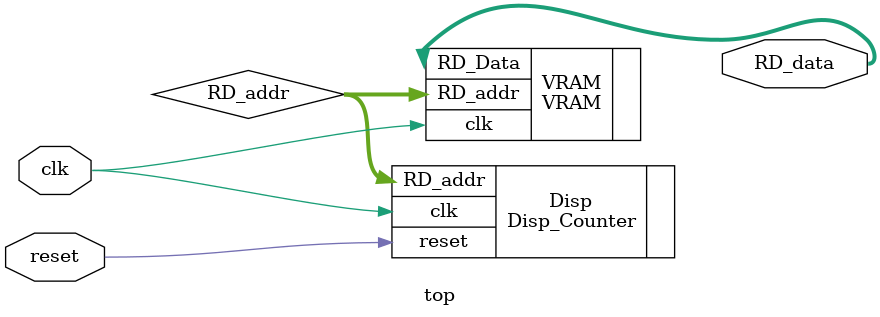
<source format=sv>
`timescale 1ns / 1ps


module top(
input clk, reset,
//input wr_en,
//input logic[19:0] Wr_addr,
//input logic[7:0] Wr_data,
output logic[7:0] RD_data
    );

logic[19:0] RD_addr;

Disp_Counter Disp(
.clk(clk),
.reset(reset),
.RD_addr(RD_addr)
);

VRAM VRAM(
.clk(clk),
.RD_addr(RD_addr),
.RD_Data(RD_data));





endmodule
</source>
